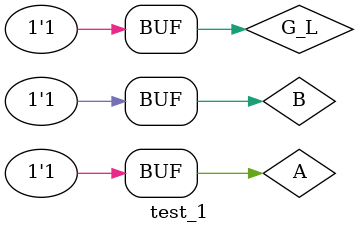
<source format=v>
`timescale 1ns / 1ps


module test_1;

	// Inputs
	reg G_L;
	reg A;
	reg B;

	// Outputs
	wire Y0_L;
	wire Y1_L;
	wire Y2_L;
	wire Y3_L;

	// Instantiate the Unit Under Test (UUT)
	v74x139_1 uut (
		.G_L(G_L), 
		.A(A), 
		.B(B), 
		.Y0_L(Y0_L), 
		.Y1_L(Y1_L), 
		.Y2_L(Y2_L), 
		.Y3_L(Y3_L)
	);

	initial begin
		// Initialize Inputs
		G_L = 0;
		A = 0;
		B = 0;

		// Wait 100 ns for global reset to finish
		#100;
        
		// Add stimulus here
		G_L = 0;
		A = 0;
		B = 0; #100;
		G_L = 0;
		A = 0;
		B = 1; #100;
		G_L = 0;
		A = 1;
		B = 0; #100;
		G_L = 0;
		A = 1;
		B = 1; #100;
		G_L = 1;
		A = 0;
		B = 0; #100;
		G_L = 1;
		A = 0;
		B = 1; #100;
		G_L = 1;
		A = 1;
		B = 0; #100;
		G_L = 1;
		A = 1;
		B = 1; #100;

	end
      
endmodule


</source>
